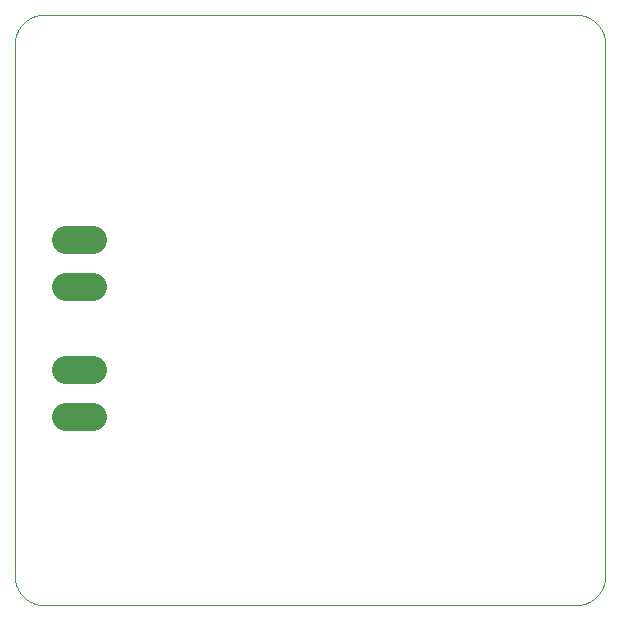
<source format=gbs>
G75*
%MOIN*%
%OFA0B0*%
%FSLAX25Y25*%
%IPPOS*%
%LPD*%
%AMOC8*
5,1,8,0,0,1.08239X$1,22.5*
%
%ADD10C,0.00000*%
%ADD11C,0.09258*%
D10*
X0015380Y0032555D02*
X0192545Y0032555D01*
X0192783Y0032558D01*
X0193021Y0032566D01*
X0193258Y0032581D01*
X0193495Y0032601D01*
X0193731Y0032627D01*
X0193967Y0032658D01*
X0194202Y0032695D01*
X0194436Y0032738D01*
X0194669Y0032787D01*
X0194901Y0032841D01*
X0195131Y0032901D01*
X0195360Y0032966D01*
X0195587Y0033037D01*
X0195812Y0033113D01*
X0196035Y0033195D01*
X0196257Y0033282D01*
X0196476Y0033374D01*
X0196693Y0033472D01*
X0196907Y0033574D01*
X0197119Y0033682D01*
X0197329Y0033796D01*
X0197535Y0033914D01*
X0197739Y0034037D01*
X0197939Y0034165D01*
X0198136Y0034297D01*
X0198331Y0034435D01*
X0198521Y0034577D01*
X0198709Y0034724D01*
X0198892Y0034875D01*
X0199072Y0035030D01*
X0199248Y0035190D01*
X0199420Y0035354D01*
X0199589Y0035523D01*
X0199753Y0035695D01*
X0199913Y0035871D01*
X0200068Y0036051D01*
X0200219Y0036234D01*
X0200366Y0036422D01*
X0200508Y0036612D01*
X0200646Y0036807D01*
X0200778Y0037004D01*
X0200906Y0037204D01*
X0201029Y0037408D01*
X0201147Y0037614D01*
X0201261Y0037824D01*
X0201369Y0038036D01*
X0201471Y0038250D01*
X0201569Y0038467D01*
X0201661Y0038686D01*
X0201748Y0038908D01*
X0201830Y0039131D01*
X0201906Y0039356D01*
X0201977Y0039583D01*
X0202042Y0039812D01*
X0202102Y0040042D01*
X0202156Y0040274D01*
X0202205Y0040507D01*
X0202248Y0040741D01*
X0202285Y0040976D01*
X0202316Y0041212D01*
X0202342Y0041448D01*
X0202362Y0041685D01*
X0202377Y0041922D01*
X0202385Y0042160D01*
X0202388Y0042398D01*
X0202387Y0042398D02*
X0202387Y0219563D01*
X0202388Y0219563D02*
X0202385Y0219801D01*
X0202377Y0220039D01*
X0202362Y0220276D01*
X0202342Y0220513D01*
X0202316Y0220749D01*
X0202285Y0220985D01*
X0202248Y0221220D01*
X0202205Y0221454D01*
X0202156Y0221687D01*
X0202102Y0221919D01*
X0202042Y0222149D01*
X0201977Y0222378D01*
X0201906Y0222605D01*
X0201830Y0222830D01*
X0201748Y0223053D01*
X0201661Y0223275D01*
X0201569Y0223494D01*
X0201471Y0223711D01*
X0201369Y0223925D01*
X0201261Y0224137D01*
X0201147Y0224347D01*
X0201029Y0224553D01*
X0200906Y0224757D01*
X0200778Y0224957D01*
X0200646Y0225154D01*
X0200508Y0225349D01*
X0200366Y0225539D01*
X0200219Y0225727D01*
X0200068Y0225910D01*
X0199913Y0226090D01*
X0199753Y0226266D01*
X0199589Y0226438D01*
X0199420Y0226607D01*
X0199248Y0226771D01*
X0199072Y0226931D01*
X0198892Y0227086D01*
X0198709Y0227237D01*
X0198521Y0227384D01*
X0198331Y0227526D01*
X0198136Y0227664D01*
X0197939Y0227796D01*
X0197739Y0227924D01*
X0197535Y0228047D01*
X0197329Y0228165D01*
X0197119Y0228279D01*
X0196907Y0228387D01*
X0196693Y0228489D01*
X0196476Y0228587D01*
X0196257Y0228679D01*
X0196035Y0228766D01*
X0195812Y0228848D01*
X0195587Y0228924D01*
X0195360Y0228995D01*
X0195131Y0229060D01*
X0194901Y0229120D01*
X0194669Y0229174D01*
X0194436Y0229223D01*
X0194202Y0229266D01*
X0193967Y0229303D01*
X0193731Y0229334D01*
X0193495Y0229360D01*
X0193258Y0229380D01*
X0193021Y0229395D01*
X0192783Y0229403D01*
X0192545Y0229406D01*
X0015380Y0229406D01*
X0015142Y0229403D01*
X0014904Y0229395D01*
X0014667Y0229380D01*
X0014430Y0229360D01*
X0014194Y0229334D01*
X0013958Y0229303D01*
X0013723Y0229266D01*
X0013489Y0229223D01*
X0013256Y0229174D01*
X0013024Y0229120D01*
X0012794Y0229060D01*
X0012565Y0228995D01*
X0012338Y0228924D01*
X0012113Y0228848D01*
X0011890Y0228766D01*
X0011668Y0228679D01*
X0011449Y0228587D01*
X0011232Y0228489D01*
X0011018Y0228387D01*
X0010806Y0228279D01*
X0010596Y0228165D01*
X0010390Y0228047D01*
X0010186Y0227924D01*
X0009986Y0227796D01*
X0009789Y0227664D01*
X0009594Y0227526D01*
X0009404Y0227384D01*
X0009216Y0227237D01*
X0009033Y0227086D01*
X0008853Y0226931D01*
X0008677Y0226771D01*
X0008505Y0226607D01*
X0008336Y0226438D01*
X0008172Y0226266D01*
X0008012Y0226090D01*
X0007857Y0225910D01*
X0007706Y0225727D01*
X0007559Y0225539D01*
X0007417Y0225349D01*
X0007279Y0225154D01*
X0007147Y0224957D01*
X0007019Y0224757D01*
X0006896Y0224553D01*
X0006778Y0224347D01*
X0006664Y0224137D01*
X0006556Y0223925D01*
X0006454Y0223711D01*
X0006356Y0223494D01*
X0006264Y0223275D01*
X0006177Y0223053D01*
X0006095Y0222830D01*
X0006019Y0222605D01*
X0005948Y0222378D01*
X0005883Y0222149D01*
X0005823Y0221919D01*
X0005769Y0221687D01*
X0005720Y0221454D01*
X0005677Y0221220D01*
X0005640Y0220985D01*
X0005609Y0220749D01*
X0005583Y0220513D01*
X0005563Y0220276D01*
X0005548Y0220039D01*
X0005540Y0219801D01*
X0005537Y0219563D01*
X0005537Y0042398D01*
X0005540Y0042160D01*
X0005548Y0041922D01*
X0005563Y0041685D01*
X0005583Y0041448D01*
X0005609Y0041212D01*
X0005640Y0040976D01*
X0005677Y0040741D01*
X0005720Y0040507D01*
X0005769Y0040274D01*
X0005823Y0040042D01*
X0005883Y0039812D01*
X0005948Y0039583D01*
X0006019Y0039356D01*
X0006095Y0039131D01*
X0006177Y0038908D01*
X0006264Y0038686D01*
X0006356Y0038467D01*
X0006454Y0038250D01*
X0006556Y0038036D01*
X0006664Y0037824D01*
X0006778Y0037614D01*
X0006896Y0037408D01*
X0007019Y0037204D01*
X0007147Y0037004D01*
X0007279Y0036807D01*
X0007417Y0036612D01*
X0007559Y0036422D01*
X0007706Y0036234D01*
X0007857Y0036051D01*
X0008012Y0035871D01*
X0008172Y0035695D01*
X0008336Y0035523D01*
X0008505Y0035354D01*
X0008677Y0035190D01*
X0008853Y0035030D01*
X0009033Y0034875D01*
X0009216Y0034724D01*
X0009404Y0034577D01*
X0009594Y0034435D01*
X0009789Y0034297D01*
X0009986Y0034165D01*
X0010186Y0034037D01*
X0010390Y0033914D01*
X0010596Y0033796D01*
X0010806Y0033682D01*
X0011018Y0033574D01*
X0011232Y0033472D01*
X0011449Y0033374D01*
X0011668Y0033282D01*
X0011890Y0033195D01*
X0012113Y0033113D01*
X0012338Y0033037D01*
X0012565Y0032966D01*
X0012794Y0032901D01*
X0013024Y0032841D01*
X0013256Y0032787D01*
X0013489Y0032738D01*
X0013723Y0032695D01*
X0013958Y0032658D01*
X0014194Y0032627D01*
X0014430Y0032601D01*
X0014667Y0032581D01*
X0014904Y0032566D01*
X0015142Y0032558D01*
X0015380Y0032555D01*
D11*
X0022708Y0095366D02*
X0031566Y0095366D01*
X0031566Y0111114D02*
X0022708Y0111114D01*
X0022708Y0138640D02*
X0031566Y0138640D01*
X0031566Y0154388D02*
X0022708Y0154388D01*
M02*

</source>
